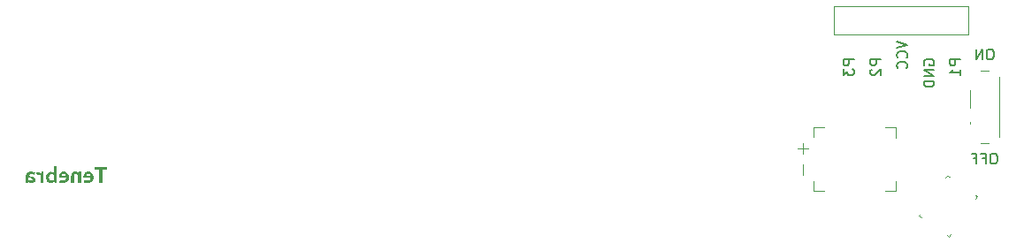
<source format=gbr>
%TF.GenerationSoftware,KiCad,Pcbnew,9.0.0*%
%TF.CreationDate,2025-03-13T17:07:21-04:00*%
%TF.ProjectId,Tenebra,54656e65-6272-4612-9e6b-696361645f70,v1.0.0*%
%TF.SameCoordinates,Original*%
%TF.FileFunction,Legend,Bot*%
%TF.FilePolarity,Positive*%
%FSLAX46Y46*%
G04 Gerber Fmt 4.6, Leading zero omitted, Abs format (unit mm)*
G04 Created by KiCad (PCBNEW 9.0.0) date 2025-03-13 17:07:21*
%MOMM*%
%LPD*%
G01*
G04 APERTURE LIST*
%ADD10C,0.300000*%
%ADD11C,0.150000*%
%ADD12C,0.100000*%
%ADD13C,0.120000*%
G04 APERTURE END LIST*
D10*
G36*
X117515666Y-108245000D02*
G01*
X117247854Y-108245000D01*
X117247854Y-107028670D01*
X116777808Y-107028670D01*
X116777808Y-106791266D01*
X117982414Y-106791266D01*
X117982414Y-107028670D01*
X117515666Y-107028670D01*
X117515666Y-108245000D01*
G37*
G36*
X116108461Y-108268447D02*
G01*
X116028194Y-108264909D01*
X115947211Y-108254448D01*
X115867214Y-108237295D01*
X115789906Y-108213680D01*
X115747592Y-108197372D01*
X115806943Y-108009794D01*
X115877830Y-108035649D01*
X115950928Y-108053539D01*
X116024623Y-108062974D01*
X116065230Y-108064382D01*
X116142930Y-108058429D01*
X116226192Y-108034396D01*
X116293762Y-107992184D01*
X116345329Y-107932072D01*
X116380584Y-107854335D01*
X116396833Y-107779642D01*
X116402285Y-107693988D01*
X116396620Y-107609769D01*
X116375158Y-107526524D01*
X116338191Y-107463248D01*
X116276164Y-107415419D01*
X116194572Y-107396438D01*
X116181367Y-107396133D01*
X116102505Y-107408424D01*
X116033595Y-107451384D01*
X115993417Y-107512749D01*
X115973461Y-107594881D01*
X115971441Y-107636102D01*
X116439288Y-107636102D01*
X116439288Y-107799501D01*
X115731106Y-107799501D01*
X115722908Y-107725358D01*
X115719398Y-107651601D01*
X115719382Y-107647093D01*
X115723818Y-107570714D01*
X115743125Y-107478182D01*
X115777005Y-107397031D01*
X115824661Y-107328071D01*
X115885293Y-107272115D01*
X115958103Y-107229974D01*
X116042293Y-107202459D01*
X116137064Y-107190382D01*
X116162316Y-107189870D01*
X116245023Y-107195515D01*
X116321958Y-107212071D01*
X116392606Y-107238978D01*
X116456450Y-107275670D01*
X116530100Y-107338843D01*
X116576062Y-107396180D01*
X116613499Y-107461425D01*
X116641896Y-107534015D01*
X116660736Y-107613387D01*
X116669503Y-107698977D01*
X116670097Y-107728792D01*
X116664531Y-107820495D01*
X116648092Y-107904572D01*
X116621172Y-107980718D01*
X116584162Y-108048628D01*
X116537453Y-108107999D01*
X116481437Y-108158527D01*
X116416505Y-108199906D01*
X116343048Y-108231833D01*
X116261458Y-108254004D01*
X116172124Y-108266113D01*
X116108461Y-108268447D01*
G37*
G36*
X114807501Y-108245000D02*
G01*
X114539689Y-108245000D01*
X114539689Y-107602030D01*
X114546262Y-107510374D01*
X114565552Y-107428975D01*
X114596915Y-107358437D01*
X114652115Y-107286463D01*
X114723914Y-107233589D01*
X114792460Y-107205836D01*
X114870182Y-107191670D01*
X114912281Y-107189870D01*
X114993768Y-107196550D01*
X115071749Y-107216262D01*
X115145034Y-107248511D01*
X115212437Y-107292807D01*
X115272768Y-107348657D01*
X115291102Y-107369755D01*
X115251168Y-107534986D01*
X115190145Y-107481751D01*
X115122101Y-107445046D01*
X115048015Y-107425751D01*
X115004605Y-107422878D01*
X114928195Y-107433530D01*
X114863517Y-107471389D01*
X114823259Y-107535987D01*
X114808282Y-107613904D01*
X114807501Y-107639766D01*
X114807501Y-108245000D01*
G37*
G36*
X115480146Y-108245000D02*
G01*
X115212334Y-108245000D01*
X115212334Y-107395401D01*
X115288538Y-107213318D01*
X115480146Y-107213318D01*
X115480146Y-108245000D01*
G37*
G36*
X113757868Y-108268447D02*
G01*
X113677601Y-108264909D01*
X113596618Y-108254448D01*
X113516621Y-108237295D01*
X113439312Y-108213680D01*
X113396999Y-108197372D01*
X113456350Y-108009794D01*
X113527236Y-108035649D01*
X113600334Y-108053539D01*
X113674030Y-108062974D01*
X113714637Y-108064382D01*
X113792337Y-108058429D01*
X113875599Y-108034396D01*
X113943169Y-107992184D01*
X113994736Y-107932072D01*
X114029990Y-107854335D01*
X114046240Y-107779642D01*
X114051692Y-107693988D01*
X114046027Y-107609769D01*
X114024564Y-107526524D01*
X113987598Y-107463248D01*
X113925571Y-107415419D01*
X113843979Y-107396438D01*
X113830774Y-107396133D01*
X113751911Y-107408424D01*
X113683002Y-107451384D01*
X113642824Y-107512749D01*
X113622868Y-107594881D01*
X113620847Y-107636102D01*
X114088695Y-107636102D01*
X114088695Y-107799501D01*
X113380512Y-107799501D01*
X113372315Y-107725358D01*
X113368805Y-107651601D01*
X113368789Y-107647093D01*
X113373225Y-107570714D01*
X113392531Y-107478182D01*
X113426412Y-107397031D01*
X113474068Y-107328071D01*
X113534700Y-107272115D01*
X113607510Y-107229974D01*
X113691700Y-107202459D01*
X113786471Y-107190382D01*
X113811723Y-107189870D01*
X113894430Y-107195515D01*
X113971365Y-107212071D01*
X114042013Y-107238978D01*
X114105857Y-107275670D01*
X114179507Y-107338843D01*
X114225469Y-107396180D01*
X114262906Y-107461425D01*
X114291303Y-107534015D01*
X114310142Y-107613387D01*
X114318909Y-107698977D01*
X114319504Y-107728792D01*
X114313937Y-107820495D01*
X114297499Y-107904572D01*
X114270579Y-107980718D01*
X114233569Y-108048628D01*
X114186860Y-108107999D01*
X114130844Y-108158527D01*
X114065912Y-108199906D01*
X113992455Y-108231833D01*
X113910864Y-108254004D01*
X113821531Y-108266113D01*
X113757868Y-108268447D01*
G37*
G36*
X112625069Y-108268447D02*
G01*
X112546775Y-108262802D01*
X112473983Y-108246205D01*
X112386318Y-108207906D01*
X112310427Y-108152224D01*
X112247448Y-108080352D01*
X112209372Y-108016541D01*
X112179679Y-107944798D01*
X112158849Y-107865627D01*
X112147362Y-107779530D01*
X112145132Y-107718534D01*
X112149845Y-107631418D01*
X112163672Y-107550707D01*
X112186143Y-107476872D01*
X112228741Y-107389940D01*
X112284761Y-107317194D01*
X112353091Y-107259754D01*
X112432619Y-107218742D01*
X112522233Y-107195278D01*
X112595394Y-107189870D01*
X112679277Y-107197085D01*
X112755446Y-107218289D01*
X112823430Y-107252819D01*
X112882761Y-107300012D01*
X112932968Y-107359207D01*
X112973583Y-107429740D01*
X112987037Y-107460980D01*
X112905704Y-107565760D01*
X112868507Y-107500576D01*
X112809632Y-107449456D01*
X112736402Y-107421903D01*
X112681489Y-107416650D01*
X112596063Y-107429379D01*
X112525435Y-107466244D01*
X112471114Y-107525260D01*
X112434606Y-107604440D01*
X112418876Y-107684396D01*
X112416242Y-107737951D01*
X112422789Y-107820500D01*
X112441999Y-107891597D01*
X112480859Y-107960334D01*
X112535909Y-108009288D01*
X112606033Y-108036661D01*
X112660607Y-108042034D01*
X112736879Y-108031695D01*
X112810930Y-107996571D01*
X112864175Y-107946063D01*
X112899476Y-107888161D01*
X112989968Y-108028112D01*
X112956078Y-108096208D01*
X112903685Y-108163425D01*
X112838873Y-108214441D01*
X112762031Y-108248853D01*
X112689089Y-108264551D01*
X112625069Y-108268447D01*
G37*
G36*
X113129553Y-108245000D02*
G01*
X112958461Y-108245000D01*
X112869434Y-108055956D01*
X112869434Y-106697477D01*
X113129553Y-106697477D01*
X113129553Y-108245000D01*
G37*
G36*
X111905896Y-108245000D02*
G01*
X111638084Y-108245000D01*
X111638084Y-107543046D01*
X111693405Y-107213318D01*
X111905896Y-107213318D01*
X111905896Y-108245000D01*
G37*
G36*
X111689741Y-107662847D02*
G01*
X111652100Y-107598640D01*
X111596132Y-107538350D01*
X111529353Y-107495206D01*
X111454041Y-107470680D01*
X111396284Y-107465376D01*
X111321385Y-107472788D01*
X111266957Y-107487358D01*
X111204309Y-107241894D01*
X111275887Y-107220874D01*
X111350868Y-107213349D01*
X111355983Y-107213318D01*
X111430245Y-107220816D01*
X111500774Y-107242703D01*
X111566076Y-107278066D01*
X111624660Y-107325992D01*
X111675033Y-107385568D01*
X111689741Y-107407857D01*
X111689741Y-107662847D01*
G37*
G36*
X110404902Y-108245000D02*
G01*
X110213293Y-108245000D01*
X110213293Y-107628042D01*
X110217445Y-107551034D01*
X110235808Y-107459559D01*
X110268673Y-107381070D01*
X110315870Y-107315764D01*
X110377227Y-107263837D01*
X110452571Y-107225489D01*
X110541731Y-107200915D01*
X110617564Y-107191644D01*
X110672348Y-107189870D01*
X110755279Y-107193693D01*
X110838422Y-107204843D01*
X110919982Y-107222842D01*
X110998160Y-107247212D01*
X111071161Y-107277474D01*
X111094033Y-107288789D01*
X111030652Y-107477833D01*
X110961594Y-107452182D01*
X110884482Y-107430665D01*
X110809598Y-107417399D01*
X110728401Y-107412254D01*
X110644498Y-107419148D01*
X110567329Y-107444502D01*
X110507473Y-107496049D01*
X110479026Y-107571378D01*
X110476709Y-107605694D01*
X110476709Y-108047896D01*
X110404902Y-108245000D01*
G37*
G36*
X110760642Y-108268447D02*
G01*
X110679562Y-108262483D01*
X110604879Y-108244845D01*
X110537186Y-108215916D01*
X110463302Y-108164458D01*
X110402422Y-108096700D01*
X110363858Y-108031260D01*
X110334950Y-107956248D01*
X110324302Y-107915272D01*
X110411130Y-107875338D01*
X110443111Y-107942072D01*
X110499980Y-108002099D01*
X110564109Y-108038038D01*
X110638467Y-108056278D01*
X110672714Y-108058154D01*
X110750947Y-108046159D01*
X110817664Y-108002609D01*
X110844705Y-107933571D01*
X110844905Y-107926263D01*
X110815582Y-107854691D01*
X110748964Y-107817315D01*
X110675612Y-107799614D01*
X110600422Y-107790483D01*
X110509797Y-107785559D01*
X110431280Y-107784480D01*
X110431280Y-107635369D01*
X110516950Y-107636536D01*
X110596509Y-107640066D01*
X110670038Y-107646005D01*
X110769202Y-107659528D01*
X110855251Y-107678723D01*
X110928457Y-107703744D01*
X111006557Y-107746429D01*
X111062951Y-107800100D01*
X111098285Y-107865119D01*
X111113202Y-107941846D01*
X111113817Y-107962899D01*
X111103957Y-108044932D01*
X111075293Y-108116073D01*
X111029201Y-108175088D01*
X110967056Y-108220746D01*
X110890234Y-108251813D01*
X110800108Y-108267056D01*
X110760642Y-108268447D01*
G37*
D11*
X202619047Y-95454819D02*
X202428571Y-95454819D01*
X202428571Y-95454819D02*
X202333333Y-95502438D01*
X202333333Y-95502438D02*
X202238095Y-95597676D01*
X202238095Y-95597676D02*
X202190476Y-95788152D01*
X202190476Y-95788152D02*
X202190476Y-96121485D01*
X202190476Y-96121485D02*
X202238095Y-96311961D01*
X202238095Y-96311961D02*
X202333333Y-96407200D01*
X202333333Y-96407200D02*
X202428571Y-96454819D01*
X202428571Y-96454819D02*
X202619047Y-96454819D01*
X202619047Y-96454819D02*
X202714285Y-96407200D01*
X202714285Y-96407200D02*
X202809523Y-96311961D01*
X202809523Y-96311961D02*
X202857142Y-96121485D01*
X202857142Y-96121485D02*
X202857142Y-95788152D01*
X202857142Y-95788152D02*
X202809523Y-95597676D01*
X202809523Y-95597676D02*
X202714285Y-95502438D01*
X202714285Y-95502438D02*
X202619047Y-95454819D01*
X201761904Y-96454819D02*
X201761904Y-95454819D01*
X201761904Y-95454819D02*
X201190476Y-96454819D01*
X201190476Y-96454819D02*
X201190476Y-95454819D01*
X202952380Y-105454819D02*
X202761904Y-105454819D01*
X202761904Y-105454819D02*
X202666666Y-105502438D01*
X202666666Y-105502438D02*
X202571428Y-105597676D01*
X202571428Y-105597676D02*
X202523809Y-105788152D01*
X202523809Y-105788152D02*
X202523809Y-106121485D01*
X202523809Y-106121485D02*
X202571428Y-106311961D01*
X202571428Y-106311961D02*
X202666666Y-106407200D01*
X202666666Y-106407200D02*
X202761904Y-106454819D01*
X202761904Y-106454819D02*
X202952380Y-106454819D01*
X202952380Y-106454819D02*
X203047618Y-106407200D01*
X203047618Y-106407200D02*
X203142856Y-106311961D01*
X203142856Y-106311961D02*
X203190475Y-106121485D01*
X203190475Y-106121485D02*
X203190475Y-105788152D01*
X203190475Y-105788152D02*
X203142856Y-105597676D01*
X203142856Y-105597676D02*
X203047618Y-105502438D01*
X203047618Y-105502438D02*
X202952380Y-105454819D01*
X201761904Y-105931009D02*
X202095237Y-105931009D01*
X202095237Y-106454819D02*
X202095237Y-105454819D01*
X202095237Y-105454819D02*
X201619047Y-105454819D01*
X200904761Y-105931009D02*
X201238094Y-105931009D01*
X201238094Y-106454819D02*
X201238094Y-105454819D01*
X201238094Y-105454819D02*
X200761904Y-105454819D01*
X189474819Y-96456779D02*
X188474819Y-96456779D01*
X188474819Y-96456779D02*
X188474819Y-96837731D01*
X188474819Y-96837731D02*
X188522438Y-96932969D01*
X188522438Y-96932969D02*
X188570057Y-96980588D01*
X188570057Y-96980588D02*
X188665295Y-97028207D01*
X188665295Y-97028207D02*
X188808152Y-97028207D01*
X188808152Y-97028207D02*
X188903390Y-96980588D01*
X188903390Y-96980588D02*
X188951009Y-96932969D01*
X188951009Y-96932969D02*
X188998628Y-96837731D01*
X188998628Y-96837731D02*
X188998628Y-96456779D01*
X188474819Y-97361541D02*
X188474819Y-97980588D01*
X188474819Y-97980588D02*
X188855771Y-97647255D01*
X188855771Y-97647255D02*
X188855771Y-97790112D01*
X188855771Y-97790112D02*
X188903390Y-97885350D01*
X188903390Y-97885350D02*
X188951009Y-97932969D01*
X188951009Y-97932969D02*
X189046247Y-97980588D01*
X189046247Y-97980588D02*
X189284342Y-97980588D01*
X189284342Y-97980588D02*
X189379580Y-97932969D01*
X189379580Y-97932969D02*
X189427200Y-97885350D01*
X189427200Y-97885350D02*
X189474819Y-97790112D01*
X189474819Y-97790112D02*
X189474819Y-97504398D01*
X189474819Y-97504398D02*
X189427200Y-97409160D01*
X189427200Y-97409160D02*
X189379580Y-97361541D01*
X199674819Y-96456779D02*
X198674819Y-96456779D01*
X198674819Y-96456779D02*
X198674819Y-96837731D01*
X198674819Y-96837731D02*
X198722438Y-96932969D01*
X198722438Y-96932969D02*
X198770057Y-96980588D01*
X198770057Y-96980588D02*
X198865295Y-97028207D01*
X198865295Y-97028207D02*
X199008152Y-97028207D01*
X199008152Y-97028207D02*
X199103390Y-96980588D01*
X199103390Y-96980588D02*
X199151009Y-96932969D01*
X199151009Y-96932969D02*
X199198628Y-96837731D01*
X199198628Y-96837731D02*
X199198628Y-96456779D01*
X199674819Y-97980588D02*
X199674819Y-97409160D01*
X199674819Y-97694874D02*
X198674819Y-97694874D01*
X198674819Y-97694874D02*
X198817676Y-97599636D01*
X198817676Y-97599636D02*
X198912914Y-97504398D01*
X198912914Y-97504398D02*
X198960533Y-97409160D01*
X193604819Y-94693922D02*
X194604819Y-95027255D01*
X194604819Y-95027255D02*
X193604819Y-95360588D01*
X194509580Y-96265350D02*
X194557200Y-96217731D01*
X194557200Y-96217731D02*
X194604819Y-96074874D01*
X194604819Y-96074874D02*
X194604819Y-95979636D01*
X194604819Y-95979636D02*
X194557200Y-95836779D01*
X194557200Y-95836779D02*
X194461961Y-95741541D01*
X194461961Y-95741541D02*
X194366723Y-95693922D01*
X194366723Y-95693922D02*
X194176247Y-95646303D01*
X194176247Y-95646303D02*
X194033390Y-95646303D01*
X194033390Y-95646303D02*
X193842914Y-95693922D01*
X193842914Y-95693922D02*
X193747676Y-95741541D01*
X193747676Y-95741541D02*
X193652438Y-95836779D01*
X193652438Y-95836779D02*
X193604819Y-95979636D01*
X193604819Y-95979636D02*
X193604819Y-96074874D01*
X193604819Y-96074874D02*
X193652438Y-96217731D01*
X193652438Y-96217731D02*
X193700057Y-96265350D01*
X194509580Y-97265350D02*
X194557200Y-97217731D01*
X194557200Y-97217731D02*
X194604819Y-97074874D01*
X194604819Y-97074874D02*
X194604819Y-96979636D01*
X194604819Y-96979636D02*
X194557200Y-96836779D01*
X194557200Y-96836779D02*
X194461961Y-96741541D01*
X194461961Y-96741541D02*
X194366723Y-96693922D01*
X194366723Y-96693922D02*
X194176247Y-96646303D01*
X194176247Y-96646303D02*
X194033390Y-96646303D01*
X194033390Y-96646303D02*
X193842914Y-96693922D01*
X193842914Y-96693922D02*
X193747676Y-96741541D01*
X193747676Y-96741541D02*
X193652438Y-96836779D01*
X193652438Y-96836779D02*
X193604819Y-96979636D01*
X193604819Y-96979636D02*
X193604819Y-97074874D01*
X193604819Y-97074874D02*
X193652438Y-97217731D01*
X193652438Y-97217731D02*
X193700057Y-97265350D01*
X196222438Y-96980588D02*
X196174819Y-96885350D01*
X196174819Y-96885350D02*
X196174819Y-96742493D01*
X196174819Y-96742493D02*
X196222438Y-96599636D01*
X196222438Y-96599636D02*
X196317676Y-96504398D01*
X196317676Y-96504398D02*
X196412914Y-96456779D01*
X196412914Y-96456779D02*
X196603390Y-96409160D01*
X196603390Y-96409160D02*
X196746247Y-96409160D01*
X196746247Y-96409160D02*
X196936723Y-96456779D01*
X196936723Y-96456779D02*
X197031961Y-96504398D01*
X197031961Y-96504398D02*
X197127200Y-96599636D01*
X197127200Y-96599636D02*
X197174819Y-96742493D01*
X197174819Y-96742493D02*
X197174819Y-96837731D01*
X197174819Y-96837731D02*
X197127200Y-96980588D01*
X197127200Y-96980588D02*
X197079580Y-97028207D01*
X197079580Y-97028207D02*
X196746247Y-97028207D01*
X196746247Y-97028207D02*
X196746247Y-96837731D01*
X197174819Y-97456779D02*
X196174819Y-97456779D01*
X196174819Y-97456779D02*
X197174819Y-98028207D01*
X197174819Y-98028207D02*
X196174819Y-98028207D01*
X197174819Y-98504398D02*
X196174819Y-98504398D01*
X196174819Y-98504398D02*
X196174819Y-98742493D01*
X196174819Y-98742493D02*
X196222438Y-98885350D01*
X196222438Y-98885350D02*
X196317676Y-98980588D01*
X196317676Y-98980588D02*
X196412914Y-99028207D01*
X196412914Y-99028207D02*
X196603390Y-99075826D01*
X196603390Y-99075826D02*
X196746247Y-99075826D01*
X196746247Y-99075826D02*
X196936723Y-99028207D01*
X196936723Y-99028207D02*
X197031961Y-98980588D01*
X197031961Y-98980588D02*
X197127200Y-98885350D01*
X197127200Y-98885350D02*
X197174819Y-98742493D01*
X197174819Y-98742493D02*
X197174819Y-98504398D01*
X192074819Y-96456779D02*
X191074819Y-96456779D01*
X191074819Y-96456779D02*
X191074819Y-96837731D01*
X191074819Y-96837731D02*
X191122438Y-96932969D01*
X191122438Y-96932969D02*
X191170057Y-96980588D01*
X191170057Y-96980588D02*
X191265295Y-97028207D01*
X191265295Y-97028207D02*
X191408152Y-97028207D01*
X191408152Y-97028207D02*
X191503390Y-96980588D01*
X191503390Y-96980588D02*
X191551009Y-96932969D01*
X191551009Y-96932969D02*
X191598628Y-96837731D01*
X191598628Y-96837731D02*
X191598628Y-96456779D01*
X191170057Y-97409160D02*
X191122438Y-97456779D01*
X191122438Y-97456779D02*
X191074819Y-97552017D01*
X191074819Y-97552017D02*
X191074819Y-97790112D01*
X191074819Y-97790112D02*
X191122438Y-97885350D01*
X191122438Y-97885350D02*
X191170057Y-97932969D01*
X191170057Y-97932969D02*
X191265295Y-97980588D01*
X191265295Y-97980588D02*
X191360533Y-97980588D01*
X191360533Y-97980588D02*
X191503390Y-97932969D01*
X191503390Y-97932969D02*
X192074819Y-97361541D01*
X192074819Y-97361541D02*
X192074819Y-97980588D01*
D12*
%TO.C,JST1*%
X184600000Y-104500000D02*
X184600000Y-105500000D01*
X184600000Y-107500000D02*
X184600000Y-106500000D01*
X185100000Y-105000000D02*
X184100000Y-105000000D01*
D13*
X185640000Y-102940000D02*
X186640000Y-102940000D01*
X185640000Y-103860000D02*
X185640000Y-102940000D01*
X185640000Y-108140000D02*
X185640000Y-109060000D01*
X185640000Y-109060000D02*
X186640000Y-109060000D01*
X193460000Y-102940000D02*
X192460000Y-102940000D01*
X193460000Y-103940000D02*
X193460000Y-102940000D01*
X193460000Y-108140000D02*
X193460000Y-109060000D01*
X193460000Y-109060000D02*
X192460000Y-109060000D01*
D12*
%TO.C,RST1*%
X195861973Y-111216461D02*
X195718579Y-111421249D01*
X195923367Y-111564643D02*
X195718579Y-111421249D01*
X198270994Y-107776022D02*
X198414389Y-107571234D01*
X198380823Y-113285372D02*
X198585611Y-113428766D01*
X198619177Y-107714628D02*
X198414389Y-107571234D01*
X198729006Y-113223978D02*
X198585611Y-113428766D01*
X201076633Y-109435357D02*
X201281421Y-109578751D01*
X201138027Y-109783539D02*
X201281421Y-109578751D01*
D13*
%TO.C,PWR1*%
X200575000Y-99400000D02*
X200575000Y-101100000D01*
X200575000Y-102400000D02*
X200575000Y-102600000D01*
X201625000Y-97550000D02*
X202415000Y-97550000D01*
X202415000Y-104450000D02*
X201625000Y-104450000D01*
X203425000Y-98150000D02*
X203425000Y-103850000D01*
%TO.C,DISP1*%
X187590000Y-91370000D02*
X187590000Y-94030000D01*
X200410000Y-91370000D02*
X187590000Y-91370000D01*
X200410000Y-91370000D02*
X200410000Y-94030000D01*
X200410000Y-94030000D02*
X187590000Y-94030000D01*
%TD*%
M02*

</source>
